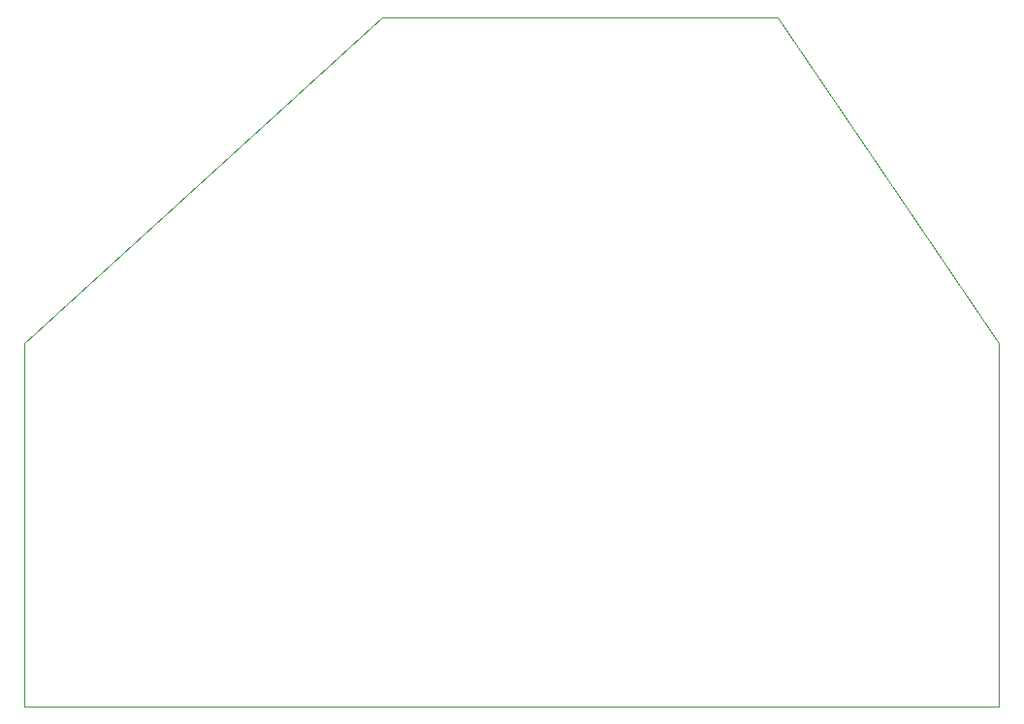
<source format=gm1>
G04 #@! TF.GenerationSoftware,KiCad,Pcbnew,6.0.4-6f826c9f35~116~ubuntu18.04.1*
G04 #@! TF.CreationDate,2022-06-01T20:55:35+10:00*
G04 #@! TF.ProjectId,256KROM,3235364b-524f-44d2-9e6b-696361645f70,rev?*
G04 #@! TF.SameCoordinates,Original*
G04 #@! TF.FileFunction,Profile,NP*
%FSLAX46Y46*%
G04 Gerber Fmt 4.6, Leading zero omitted, Abs format (unit mm)*
G04 Created by KiCad (PCBNEW 6.0.4-6f826c9f35~116~ubuntu18.04.1) date 2022-06-01 20:55:35*
%MOMM*%
%LPD*%
G01*
G04 APERTURE LIST*
G04 #@! TA.AperFunction,Profile*
%ADD10C,0.050000*%
G04 #@! TD*
G04 APERTURE END LIST*
D10*
X68072000Y-116840000D02*
X99314000Y-88392000D01*
X133858000Y-88392000D02*
X153162000Y-116840000D01*
X68072000Y-148590000D02*
X68072000Y-116840000D01*
X153162000Y-148590000D02*
X68072000Y-148590000D01*
X99314000Y-88392000D02*
X133858000Y-88392000D01*
X153162000Y-116840000D02*
X153162000Y-148590000D01*
M02*

</source>
